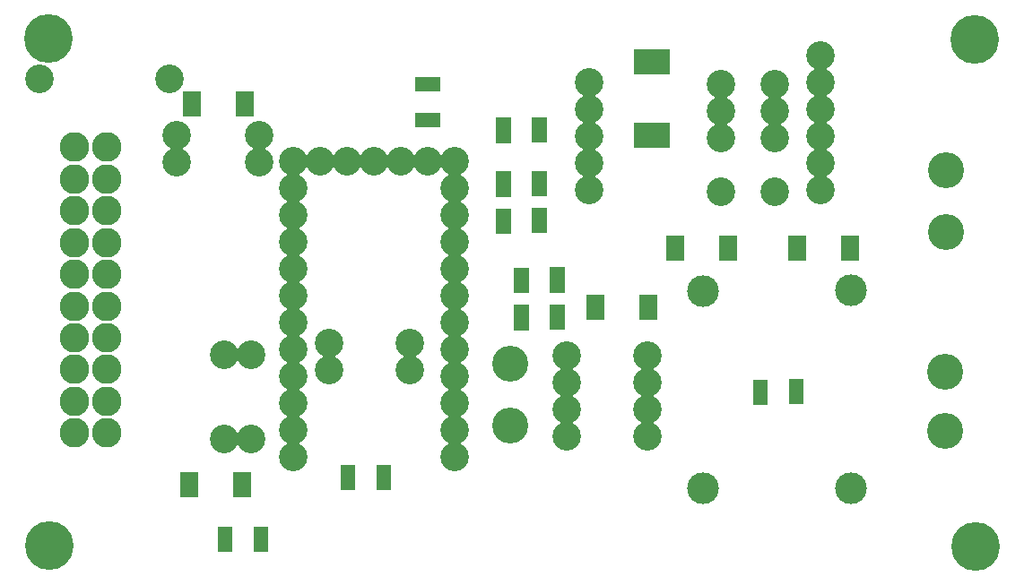
<source format=gbr>
%FSLAX34Y34*%
%MOMM*%
%LNSOLDERMASK_BOTTOM*%
G71*
G01*
%ADD10C, 2.70*%
%ADD11C, 3.40*%
%ADD12C, 4.60*%
%ADD13C, 2.80*%
%ADD14C, 3.00*%
%ADD15R, 1.40X2.40*%
%ADD16R, 2.40X1.40*%
%ADD17R, 1.80X2.40*%
%ADD18R, 3.42X2.38*%
%LPD*%
X163384Y-134524D02*
G54D10*
D03*
X163384Y-159924D02*
G54D10*
D03*
X241171Y-134524D02*
G54D10*
D03*
X241171Y-159924D02*
G54D10*
D03*
X426292Y-437813D02*
G54D10*
D03*
X426292Y-412413D02*
G54D10*
D03*
X426292Y-387013D02*
G54D10*
D03*
X426292Y-361613D02*
G54D10*
D03*
X426292Y-234613D02*
G54D10*
D03*
X426292Y-209213D02*
G54D10*
D03*
X426292Y-183813D02*
G54D10*
D03*
X426292Y-158413D02*
G54D10*
D03*
X273892Y-437813D02*
G54D10*
D03*
X273892Y-412413D02*
G54D10*
D03*
X273892Y-387013D02*
G54D10*
D03*
X273892Y-361613D02*
G54D10*
D03*
X273892Y-234613D02*
G54D10*
D03*
X273892Y-209213D02*
G54D10*
D03*
X273892Y-183813D02*
G54D10*
D03*
X273892Y-158413D02*
G54D10*
D03*
X426292Y-336213D02*
G54D10*
D03*
X273892Y-336213D02*
G54D10*
D03*
X426292Y-310813D02*
G54D10*
D03*
X273892Y-310813D02*
G54D10*
D03*
X426292Y-285413D02*
G54D10*
D03*
X273892Y-285413D02*
G54D10*
D03*
X426292Y-260013D02*
G54D10*
D03*
X273892Y-260013D02*
G54D10*
D03*
X531721Y-342424D02*
G54D10*
D03*
X607921Y-342424D02*
G54D10*
D03*
X531721Y-367824D02*
G54D10*
D03*
X531721Y-393224D02*
G54D10*
D03*
X531721Y-418624D02*
G54D10*
D03*
X607921Y-367824D02*
G54D10*
D03*
X607921Y-393224D02*
G54D10*
D03*
X607921Y-418624D02*
G54D10*
D03*
X208743Y-421386D02*
G54D10*
D03*
X234143Y-421386D02*
G54D10*
D03*
X208743Y-342012D02*
G54D10*
D03*
X234143Y-342011D02*
G54D10*
D03*
X383897Y-356018D02*
G54D10*
D03*
X383897Y-330618D02*
G54D10*
D03*
X307697Y-356018D02*
G54D10*
D03*
X307697Y-330618D02*
G54D10*
D03*
X677116Y-86184D02*
G54D10*
D03*
X727916Y-86184D02*
G54D10*
D03*
X677116Y-111584D02*
G54D10*
D03*
X677116Y-136984D02*
G54D10*
D03*
X727916Y-111584D02*
G54D10*
D03*
X727916Y-136984D02*
G54D10*
D03*
X677116Y-187784D02*
G54D10*
D03*
X727916Y-187784D02*
G54D10*
D03*
X889034Y-357853D02*
G54D11*
D03*
X889034Y-413653D02*
G54D11*
D03*
X299292Y-158413D02*
G54D10*
D03*
X324692Y-158413D02*
G54D10*
D03*
X350092Y-158413D02*
G54D10*
D03*
X375492Y-158413D02*
G54D10*
D03*
X400892Y-158413D02*
G54D10*
D03*
X889875Y-167523D02*
G54D11*
D03*
X889895Y-225358D02*
G54D11*
D03*
X552621Y-84524D02*
G54D10*
D03*
X552621Y-109924D02*
G54D10*
D03*
X552621Y-135324D02*
G54D10*
D03*
X552621Y-160724D02*
G54D10*
D03*
X552621Y-186124D02*
G54D10*
D03*
X771709Y-59090D02*
G54D10*
D03*
X771709Y-84490D02*
G54D10*
D03*
X771709Y-109890D02*
G54D10*
D03*
X771709Y-135290D02*
G54D10*
D03*
X771709Y-160690D02*
G54D10*
D03*
X771709Y-186090D02*
G54D10*
D03*
X917675Y-523068D02*
G54D12*
D03*
X67391Y-145595D02*
G54D13*
D03*
X67391Y-175595D02*
G54D13*
D03*
X67391Y-205595D02*
G54D13*
D03*
X67391Y-235595D02*
G54D13*
D03*
X67391Y-265595D02*
G54D13*
D03*
X67391Y-295595D02*
G54D13*
D03*
X67391Y-325595D02*
G54D13*
D03*
X67391Y-355595D02*
G54D13*
D03*
X67391Y-385595D02*
G54D13*
D03*
X67391Y-415595D02*
G54D13*
D03*
X97391Y-145595D02*
G54D13*
D03*
X97391Y-175595D02*
G54D13*
D03*
X97391Y-205595D02*
G54D13*
D03*
X97391Y-235595D02*
G54D13*
D03*
X97391Y-265595D02*
G54D13*
D03*
X97391Y-295595D02*
G54D13*
D03*
X97391Y-325595D02*
G54D13*
D03*
X97391Y-355595D02*
G54D13*
D03*
X97391Y-385595D02*
G54D13*
D03*
X97391Y-415595D02*
G54D13*
D03*
X34051Y-81261D02*
G54D10*
D03*
X156595Y-81182D02*
G54D10*
D03*
X917299Y-43346D02*
G54D12*
D03*
X660856Y-281119D02*
G54D14*
D03*
X800414Y-467476D02*
G54D14*
D03*
X660579Y-467468D02*
G54D14*
D03*
X800592Y-281053D02*
G54D14*
D03*
X43183Y-522176D02*
G54D12*
D03*
X242920Y-515679D02*
G54D15*
D03*
X209120Y-516179D02*
G54D15*
D03*
X42807Y-42455D02*
G54D12*
D03*
X748544Y-376730D02*
G54D15*
D03*
X714744Y-377230D02*
G54D15*
D03*
G36*
X318430Y-445908D02*
X332430Y-445908D01*
X332430Y-469908D01*
X318430Y-469908D01*
X318430Y-445908D01*
G37*
G36*
X352230Y-445408D02*
X366230Y-445408D01*
X366230Y-469408D01*
X352230Y-469408D01*
X352230Y-445408D01*
G37*
G36*
X465177Y-117590D02*
X479177Y-117590D01*
X479178Y-141590D01*
X465178Y-141590D01*
X465177Y-117590D01*
G37*
G36*
X498977Y-117090D02*
X512977Y-117090D01*
X512978Y-141090D01*
X498978Y-141090D01*
X498977Y-117090D01*
G37*
G36*
X465177Y-168390D02*
X479177Y-168390D01*
X479178Y-192390D01*
X465178Y-192390D01*
X465177Y-168390D01*
G37*
G36*
X498977Y-167890D02*
X512977Y-167890D01*
X512978Y-191890D01*
X498978Y-191890D01*
X498977Y-167890D01*
G37*
G36*
X465177Y-203315D02*
X479177Y-203315D01*
X479178Y-227315D01*
X465178Y-227315D01*
X465177Y-203315D01*
G37*
G36*
X498977Y-202815D02*
X512977Y-202815D01*
X512978Y-226815D01*
X498978Y-226815D01*
X498977Y-202815D01*
G37*
X400908Y-119495D02*
G54D16*
D03*
X400408Y-85695D02*
G54D16*
D03*
G36*
X482072Y-294483D02*
X496072Y-294483D01*
X496072Y-318483D01*
X482072Y-318483D01*
X482072Y-294483D01*
G37*
G36*
X515872Y-293983D02*
X529872Y-293983D01*
X529872Y-317983D01*
X515872Y-317983D01*
X515872Y-293983D01*
G37*
G36*
X482072Y-259558D02*
X496072Y-259558D01*
X496072Y-283558D01*
X482072Y-283558D01*
X482072Y-259558D01*
G37*
G36*
X515872Y-259058D02*
X529872Y-259058D01*
X529872Y-283058D01*
X515872Y-283058D01*
X515872Y-259058D01*
G37*
X634457Y-240564D02*
G54D17*
D03*
X684457Y-240564D02*
G54D17*
D03*
X749144Y-240627D02*
G54D17*
D03*
X799144Y-240627D02*
G54D17*
D03*
X612265Y-134606D02*
G54D18*
D03*
X612265Y-64506D02*
G54D18*
D03*
X559072Y-296958D02*
G54D17*
D03*
X609072Y-296958D02*
G54D17*
D03*
X227816Y-104876D02*
G54D17*
D03*
X177816Y-104876D02*
G54D17*
D03*
X478926Y-350282D02*
G54D11*
D03*
X478946Y-408116D02*
G54D11*
D03*
X175755Y-464332D02*
G54D17*
D03*
X225755Y-464332D02*
G54D17*
D03*
M02*

</source>
